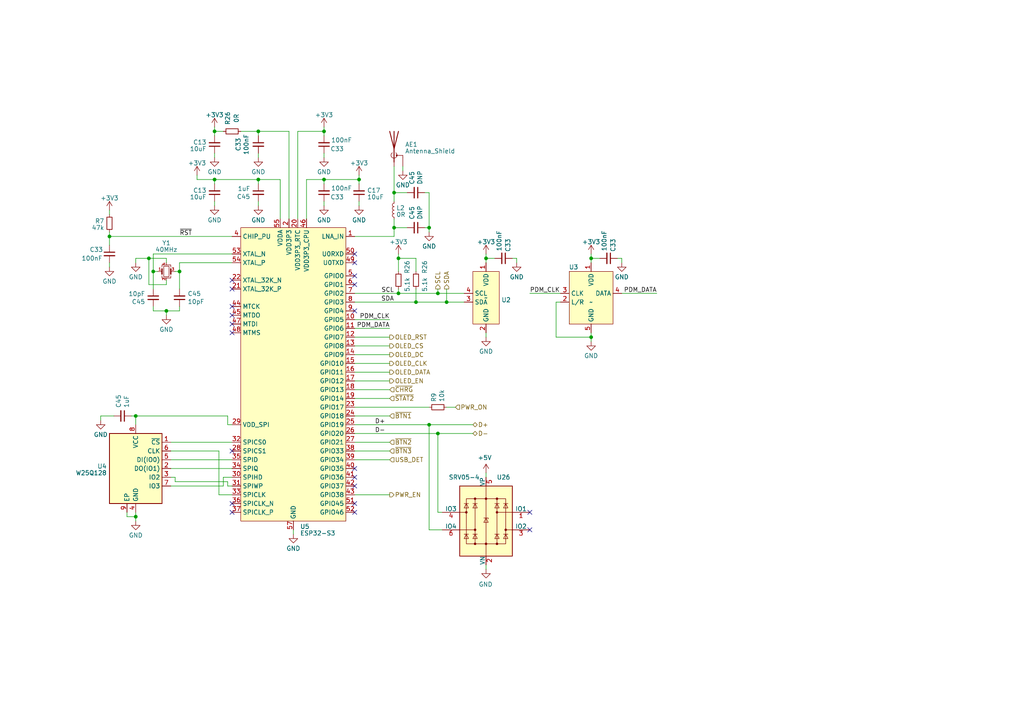
<source format=kicad_sch>
(kicad_sch (version 20230121) (generator eeschema)
  (paper "A4")
  (lib_symbols
    (symbol "Device:Antenna_Shield" (pin_numbers hide) (pin_names (offset 1.016) hide)
      (property "Reference" "AE" (at -1.905 4.445 0))
      (property "Value" "Antenna_Shield" (at -1.905 2.54 0))
      (symbol "Antenna_Shield_0_1"
        (arc (start -0.508 -1.143) (mid -0.8429 -2.1194) (end 0 -2.667))
        (arc (start 0 -2.667) (mid 0.7989 -2.1052) (end 0.508 -1.143))
        (polyline (pts (xy 0 -2.54) (xy 0 0)))
        (polyline (pts (xy 0 5.08) (xy 0 -3.81)) (stroke (width 0.254)))
        (polyline (pts (xy 0.762 -1.905) (xy 2.54 -1.905)))
        (polyline (pts (xy 2.54 -2.54) (xy 2.54 -1.905)))
        (polyline (pts (xy 1.27 5.08) (xy 0 0) (xy -1.27 5.08)) (stroke (width 0.254)))
        (circle (center 0.762 -1.905) (radius 0.1778) (fill (type outline)))
      )
      (symbol "Antenna_Shield_1_1"
        (pin input line (at 0 -5.08 90) (length 2.54) (name "A") (number "1"))
        (pin input line (at 2.54 -5.08 90) (length 2.54) (name "Shield") (number "2"))
      )
    )
    (symbol "Device:C_Small" (pin_numbers hide) (pin_names (offset 0.254) hide)
      (property "Reference" "C" (at 0.254 1.778 0))
      (property "Value" "C_Small" (at 0.254 -2.032 0))
      (symbol "C_Small_0_1"
        (polyline (pts (xy -1.524 -0.508) (xy 1.524 -0.508)) (stroke (width 0.3302)))
        (polyline (pts (xy -1.524 0.508) (xy 1.524 0.508)) (stroke (width 0.3048)))
      )
      (symbol "C_Small_1_1"
        (pin passive line (at 0 2.54 270) (length 2.032) (name "~") (number "1"))
        (pin passive line (at 0 -2.54 90) (length 2.032) (name "~") (number "2"))
      )
    )
    (symbol "Device:Crystal_GND24_Small" (pin_names (offset 1.016) hide)
      (property "Reference" "Y" (at 1.27 4.445 0))
      (property "Value" "Crystal_GND24_Small" (at 1.27 2.54 0))
      (symbol "Crystal_GND24_Small_0_1"
        (rectangle (start -0.762 -1.524) (end 0.762 1.524))
        (polyline (pts (xy -1.27 -0.762) (xy -1.27 0.762)) (stroke (width 0.381)))
        (polyline (pts (xy 1.27 -0.762) (xy 1.27 0.762)) (stroke (width 0.381)))
        (polyline (pts (xy -1.27 -1.27) (xy -1.27 -1.905) (xy 1.27 -1.905) (xy 1.27 -1.27)))
        (polyline (pts (xy -1.27 1.27) (xy -1.27 1.905) (xy 1.27 1.905) (xy 1.27 1.27)))
      )
      (symbol "Crystal_GND24_Small_1_1"
        (pin passive line (at -2.54 0 0) (length 1.27) (name "1") (number "1"))
        (pin passive line (at 0 -2.54 90) (length 0.635) (name "2") (number "2"))
        (pin passive line (at 2.54 0 180) (length 1.27) (name "3") (number "3"))
        (pin passive line (at 0 2.54 270) (length 0.635) (name "4") (number "4"))
      )
    )
    (symbol "Device:L_Small" (pin_numbers hide) (pin_names (offset 0.254) hide)
      (property "Reference" "L" (at 0.762 1.016 0))
      (property "Value" "L_Small" (at 0.762 -1.016 0))
      (symbol "L_Small_0_1"
        (arc (start 0 -2.032) (mid 0.5058 -1.524) (end 0 -1.016))
        (arc (start 0 -1.016) (mid 0.5058 -0.508) (end 0 0))
        (arc (start 0 0) (mid 0.5058 0.508) (end 0 1.016))
        (arc (start 0 1.016) (mid 0.5058 1.524) (end 0 2.032))
      )
      (symbol "L_Small_1_1"
        (pin passive line (at 0 2.54 270) (length 0.508) (name "~") (number "1"))
        (pin passive line (at 0 -2.54 90) (length 0.508) (name "~") (number "2"))
      )
    )
    (symbol "Device:R_Small" (pin_numbers hide) (pin_names (offset 0.254) hide)
      (property "Reference" "R" (at 0.762 0.508 0))
      (property "Value" "R_Small" (at 0.762 -1.016 0))
      (symbol "R_Small_0_1"
        (rectangle (start -0.762 1.778) (end 0.762 -1.778) (stroke (width 0.2032)))
      )
      (symbol "R_Small_1_1"
        (pin passive line (at 0 2.54 270) (length 0.762) (name "~") (number "1"))
        (pin passive line (at 0 -2.54 90) (length 0.762) (name "~") (number "2"))
      )
    )
    (symbol "MCU_Espressif_ESP32:ESP32-S3"
      (property "Reference" "U" (at -12.7 34.29 0))
      (property "Value" "ESP32-S3" (at 0 0 0))
      (symbol "ESP32-S3_0_0"
        (pin passive line (at 17.78 30.48 180) (length 2.54) (name "LNA_IN") (number "1"))
        (pin bidirectional line (at 17.78 6.35 180) (length 2.54) (name "GPIO5") (number "10"))
        (pin bidirectional line (at 17.78 3.81 180) (length 2.54) (name "GPIO6") (number "11"))
        (pin bidirectional line (at 17.78 1.27 180) (length 2.54) (name "GPIO7") (number "12"))
        (pin bidirectional line (at 17.78 -1.27 180) (length 2.54) (name "GPIO8") (number "13"))
        (pin bidirectional line (at 17.78 -3.81 180) (length 2.54) (name "GPIO9") (number "14"))
        (pin bidirectional line (at 17.78 -6.35 180) (length 2.54) (name "GPIO10") (number "15"))
        (pin bidirectional line (at 17.78 -8.89 180) (length 2.54) (name "GPIO11") (number "16"))
        (pin bidirectional line (at 17.78 -11.43 180) (length 2.54) (name "GPIO12") (number "17"))
        (pin bidirectional line (at 17.78 -13.97 180) (length 2.54) (name "GPIO13") (number "18"))
        (pin bidirectional line (at 17.78 -16.51 180) (length 2.54) (name "GPIO14") (number "19"))
        (pin power_in line (at -1.27 35.56 270) (length 2.54) (name "VDD3P3") (number "2"))
        (pin power_in line (at 1.27 35.56 270) (length 2.54) (name "VDD3P3_RTC") (number "20"))
        (pin output line (at -17.78 15.24 0) (length 2.54) (name "XTAL_32K_P") (number "21"))
        (pin input line (at -17.78 17.78 0) (length 2.54) (name "XTAL_32K_N") (number "22"))
        (pin bidirectional line (at 17.78 -19.05 180) (length 2.54) (name "GPIO17") (number "23"))
        (pin bidirectional line (at 17.78 -21.59 180) (length 2.54) (name "GPIO18") (number "24"))
        (pin bidirectional line (at 17.78 -24.13 180) (length 2.54) (name "GPIO19") (number "25"))
        (pin bidirectional line (at 17.78 -26.67 180) (length 2.54) (name "GPIO20") (number "26"))
        (pin bidirectional line (at 17.78 -29.21 180) (length 2.54) (name "GPIO21") (number "27"))
        (pin output line (at -17.78 -31.75 0) (length 2.54) (name "SPICS1") (number "28"))
        (pin power_out line (at -17.78 -24.13 0) (length 2.54) (name "VDD_SPI") (number "29"))
        (pin bidirectional line (at -17.78 -39.37 0) (length 2.54) (name "SPIHD") (number "30"))
        (pin bidirectional line (at -17.78 -41.91 0) (length 2.54) (name "SPIWP") (number "31"))
        (pin output line (at -17.78 -29.21 0) (length 2.54) (name "SPICS0") (number "32"))
        (pin output line (at -17.78 -44.45 0) (length 2.54) (name "SPICLK") (number "33"))
        (pin bidirectional line (at -17.78 -36.83 0) (length 2.54) (name "SPIQ") (number "34"))
        (pin bidirectional line (at -17.78 -34.29 0) (length 2.54) (name "SPID") (number "35"))
        (pin output line (at -17.78 -46.99 0) (length 2.54) (name "SPICLK_N") (number "36"))
        (pin output line (at -17.78 -49.53 0) (length 2.54) (name "SPICLK_P") (number "37"))
        (pin bidirectional line (at 17.78 -31.75 180) (length 2.54) (name "GPIO33") (number "38"))
        (pin bidirectional line (at 17.78 -34.29 180) (length 2.54) (name "GPIO34") (number "39"))
        (pin input line (at -17.78 30.48 0) (length 2.54) (name "CHIP_PU") (number "4"))
        (pin bidirectional line (at 17.78 -36.83 180) (length 2.54) (name "GPIO35") (number "40"))
        (pin bidirectional line (at 17.78 -39.37 180) (length 2.54) (name "GPIO36") (number "41"))
        (pin bidirectional line (at 17.78 -41.91 180) (length 2.54) (name "GPIO37") (number "42"))
        (pin bidirectional line (at 17.78 -44.45 180) (length 2.54) (name "GPIO38") (number "43"))
        (pin input line (at -17.78 10.16 0) (length 2.54) (name "MTCK") (number "44"))
        (pin output line (at -17.78 7.62 0) (length 2.54) (name "MTDO") (number "45"))
        (pin power_in line (at 3.81 35.56 270) (length 2.54) (name "VDD3P3_CPU") (number "46"))
        (pin input line (at -17.78 5.08 0) (length 2.54) (name "MTDI") (number "47"))
        (pin input line (at -17.78 2.54 0) (length 2.54) (name "MTMS") (number "48"))
        (pin output line (at 17.78 22.86 180) (length 2.54) (name "U0TXD") (number "49"))
        (pin bidirectional line (at 17.78 19.05 180) (length 2.54) (name "GPIO0") (number "5"))
        (pin input line (at 17.78 25.4 180) (length 2.54) (name "U0RXD") (number "50"))
        (pin bidirectional line (at 17.78 -46.99 180) (length 2.54) (name "GPIO45") (number "51"))
        (pin bidirectional line (at 17.78 -49.53 180) (length 2.54) (name "GPIO46") (number "52"))
        (pin output line (at -17.78 25.4 0) (length 2.54) (name "XTAL_N") (number "53"))
        (pin input line (at -17.78 22.86 0) (length 2.54) (name "XTAL_P") (number "54"))
        (pin power_in line (at -3.81 35.56 270) (length 2.54) (name "VDDA") (number "55"))
        (pin power_in line (at 0 -54.61 90) (length 2.54) (name "GND") (number "57"))
        (pin bidirectional line (at 17.78 16.51 180) (length 2.54) (name "GPIO1") (number "6"))
        (pin bidirectional line (at 17.78 13.97 180) (length 2.54) (name "GPIO2") (number "7"))
        (pin bidirectional line (at 17.78 11.43 180) (length 2.54) (name "GPIO3") (number "8"))
        (pin bidirectional line (at 17.78 8.89 180) (length 2.54) (name "GPIO4") (number "9"))
      )
      (symbol "ESP32-S3_1_0"
        (pin power_in line (at -1.27 35.56 270) (length 2.54) hide (name "VDD3P3") (number "3"))
        (pin power_in line (at -3.81 35.56 270) (length 2.54) hide (name "VDDA") (number "56"))
      )
      (symbol "ESP32-S3_1_1"
        (rectangle (start -15.24 33.02) (end 15.24 -52.07) (fill (type background)))
      )
    )
    (symbol "Memory_Flash:W25Q32JVZP"
      (property "Reference" "U" (at -6.35 11.43 0))
      (property "Value" "W25Q32JVZP" (at 7.62 11.43 0))
      (symbol "W25Q32JVZP_0_1"
        (rectangle (start -7.62 10.16) (end 7.62 -10.16) (stroke (width 0.254)) (fill (type background)))
      )
      (symbol "W25Q32JVZP_1_1"
        (pin input line (at -10.16 7.62 0) (length 2.54) (name "~{CS}") (number "1"))
        (pin bidirectional line (at -10.16 0 0) (length 2.54) (name "DO(IO1)") (number "2"))
        (pin bidirectional line (at -10.16 -2.54 0) (length 2.54) (name "IO2") (number "3"))
        (pin power_in line (at 0 -12.7 90) (length 2.54) (name "GND") (number "4"))
        (pin bidirectional line (at -10.16 2.54 0) (length 2.54) (name "DI(IO0)") (number "5"))
        (pin input line (at -10.16 5.08 0) (length 2.54) (name "CLK") (number "6"))
        (pin bidirectional line (at -10.16 -5.08 0) (length 2.54) (name "IO3") (number "7"))
        (pin power_in line (at 0 12.7 270) (length 2.54) (name "VCC") (number "8"))
        (pin passive line (at 2.54 -12.7 90) (length 2.54) (name "EP") (number "9"))
      )
    )
    (symbol "Power_Protection:SRV05-4" (pin_names (offset 0))
      (property "Reference" "U" (at -5.08 11.43 0))
      (property "Value" "SRV05-4" (at 2.54 11.43 0))
      (symbol "SRV05-4_0_0"
        (rectangle (start -5.715 6.477) (end 5.715 -6.604))
        (polyline (pts (xy -3.175 -6.604) (xy -3.175 6.477)))
        (polyline (pts (xy 3.175 6.477) (xy 3.175 -6.604)))
      )
      (symbol "SRV05-4_0_1"
        (rectangle (start -7.62 10.16) (end 7.62 -10.16) (stroke (width 0.254)) (fill (type background)))
        (circle (center -5.715 -2.54) (radius 0.2794) (fill (type outline)))
        (circle (center -3.175 -6.604) (radius 0.2794) (fill (type outline)))
        (circle (center -3.175 2.54) (radius 0.2794) (fill (type outline)))
        (circle (center -3.175 6.477) (radius 0.2794) (fill (type outline)))
        (circle (center 0 -6.604) (radius 0.2794) (fill (type outline)))
        (polyline (pts (xy -7.747 2.54) (xy -3.175 2.54)))
        (polyline (pts (xy -7.62 -2.54) (xy -5.715 -2.54)))
        (polyline (pts (xy -5.08 -3.81) (xy -6.35 -3.81)))
        (polyline (pts (xy -5.08 5.08) (xy -6.35 5.08)))
        (polyline (pts (xy -2.54 -3.81) (xy -3.81 -3.81)))
        (polyline (pts (xy -2.54 5.08) (xy -3.81 5.08)))
        (polyline (pts (xy 0 10.16) (xy 0 -10.16)))
        (polyline (pts (xy 3.81 -3.81) (xy 2.54 -3.81)))
        (polyline (pts (xy 3.81 5.08) (xy 2.54 5.08)))
        (polyline (pts (xy 6.35 -3.81) (xy 5.08 -3.81)))
        (polyline (pts (xy 6.35 5.08) (xy 5.08 5.08)))
        (polyline (pts (xy 7.62 -2.54) (xy 3.175 -2.54)))
        (polyline (pts (xy 7.62 2.54) (xy 5.715 2.54)))
        (polyline (pts (xy 0.635 0.889) (xy -0.635 0.889) (xy -0.635 0.635)))
        (polyline (pts (xy -5.08 -5.08) (xy -6.35 -5.08) (xy -5.715 -3.81) (xy -5.08 -5.08)))
        (polyline (pts (xy -5.08 3.81) (xy -6.35 3.81) (xy -5.715 5.08) (xy -5.08 3.81)))
        (polyline (pts (xy -2.54 -5.08) (xy -3.81 -5.08) (xy -3.175 -3.81) (xy -2.54 -5.08)))
        (polyline (pts (xy -2.54 3.81) (xy -3.81 3.81) (xy -3.175 5.08) (xy -2.54 3.81)))
        (polyline (pts (xy 0.635 -0.381) (xy -0.635 -0.381) (xy 0 0.889) (xy 0.635 -0.381)))
        (polyline (pts (xy 3.81 -5.08) (xy 2.54 -5.08) (xy 3.175 -3.81) (xy 3.81 -5.08)))
        (polyline (pts (xy 3.81 3.81) (xy 2.54 3.81) (xy 3.175 5.08) (xy 3.81 3.81)))
        (polyline (pts (xy 6.35 -5.08) (xy 5.08 -5.08) (xy 5.715 -3.81) (xy 6.35 -5.08)))
        (polyline (pts (xy 6.35 3.81) (xy 5.08 3.81) (xy 5.715 5.08) (xy 6.35 3.81)))
        (circle (center 0 6.477) (radius 0.2794) (fill (type outline)))
        (circle (center 3.175 -6.604) (radius 0.2794) (fill (type outline)))
        (circle (center 3.175 -2.54) (radius 0.2794) (fill (type outline)))
        (circle (center 3.175 6.477) (radius 0.2794) (fill (type outline)))
        (circle (center 5.715 2.54) (radius 0.2794) (fill (type outline)))
      )
      (symbol "SRV05-4_1_1"
        (pin passive line (at -12.7 2.54 0) (length 5.08) (name "IO1") (number "1"))
        (pin passive line (at 0 -12.7 90) (length 2.54) (name "VN") (number "2"))
        (pin passive line (at -12.7 -2.54 0) (length 5.08) (name "IO2") (number "3"))
        (pin passive line (at 12.7 2.54 180) (length 5.08) (name "IO3") (number "4"))
        (pin passive line (at 0 12.7 270) (length 2.54) (name "VP") (number "5"))
        (pin passive line (at 12.7 -2.54 180) (length 5.08) (name "IO4") (number "6"))
      )
    )
    (symbol "Sensor_Audio_ST:MP34DTxx"
      (property "Reference" "U" (at 0 0 0))
      (symbol "MP34DTxx_0_0"
        (pin power_in line (at 0 10.16 270) (length 2.54) (name "VDD") (number "1"))
        (pin input line (at -8.89 -1.27 0) (length 2.54) (name "L/R") (number "2"))
        (pin input line (at -8.89 1.27 0) (length 2.54) (name "CLK") (number "3"))
        (pin output line (at 8.89 1.27 180) (length 2.54) (name "DATA") (number "4"))
        (pin power_in line (at 0 -10.16 90) (length 2.54) (name "GND") (number "5"))
      )
      (symbol "MP34DTxx_1_1"
        (rectangle (start -6.35 7.62) (end 6.35 -7.62) (fill (type background)))
      )
    )
    (symbol "Sensor_Vishay:VEML3235SL"
      (property "Reference" "U" (at -3.81 8.89 0))
      (property "Value" "VEML3235SL" (at 2.54 0 90))
      (symbol "VEML3235SL_0_0"
        (pin power_in line (at 0 10.16 270) (length 2.54) (name "VDD") (number "1"))
        (pin power_in line (at 0 -10.16 90) (length 2.54) (name "GND") (number "2"))
        (pin bidirectional line (at -6.35 -1.27 0) (length 2.54) (name "SDA") (number "3"))
        (pin input line (at -6.35 1.27 0) (length 2.54) (name "SCL") (number "4"))
      )
      (symbol "VEML3235SL_1_1"
        (rectangle (start -3.81 7.62) (end 3.81 -7.62) (fill (type background)))
      )
    )
    (symbol "power:+3V3" (power) (pin_names (offset 0))
      (property "Value" "+3V3" (at 0 3.556 0))
      (symbol "+3V3_0_1"
        (polyline (pts (xy -0.762 1.27) (xy 0 2.54)))
        (polyline (pts (xy 0 0) (xy 0 2.54)))
        (polyline (pts (xy 0 2.54) (xy 0.762 1.27)))
      )
      (symbol "+3V3_1_1"
        (pin power_in line (at 0 0 90) (length 0) hide (name "+3V3") (number "1"))
      )
    )
    (symbol "power:+5V" (power) (pin_names (offset 0))
      (property "Value" "+5V" (at 0 3.556 0))
      (symbol "+5V_0_1"
        (polyline (pts (xy -0.762 1.27) (xy 0 2.54)))
        (polyline (pts (xy 0 0) (xy 0 2.54)))
        (polyline (pts (xy 0 2.54) (xy 0.762 1.27)))
      )
      (symbol "+5V_1_1"
        (pin power_in line (at 0 0 90) (length 0) hide (name "+5V") (number "1"))
      )
    )
    (symbol "power:GND" (power) (pin_names (offset 0))
      (property "Value" "GND" (at 0 -3.81 0))
      (symbol "GND_0_1"
        (polyline (pts (xy 0 0) (xy 0 -1.27) (xy 1.27 -1.27) (xy 0 -2.54) (xy -1.27 -1.27) (xy 0 -1.27)))
      )
      (symbol "GND_1_1"
        (pin power_in line (at 0 0 270) (length 0) hide (name "GND") (number "1"))
      )
    )
  )
  (junction (at 44.45 78.74))
  (junction (at 171.45 97.79))
  (junction (at 74.93 38.1))
  (junction (at 104.14 52.07))
  (junction (at 93.98 52.07))
  (junction (at 39.37 120.65))
  (junction (at 124.46 66.04))
  (junction (at 115.57 85.09))
  (junction (at 93.98 38.1))
  (junction (at 140.97 74.93))
  (junction (at 31.75 68.58))
  (junction (at 62.23 52.07))
  (junction (at 74.93 52.07))
  (junction (at 62.23 38.1))
  (junction (at 120.65 87.63))
  (junction (at 127 85.09))
  (junction (at 114.3 55.88))
  (junction (at 52.07 78.74))
  (junction (at 39.37 149.86))
  (junction (at 129.54 87.63))
  (junction (at 124.46 123.19))
  (junction (at 127 125.73))
  (junction (at 115.57 74.93))
  (junction (at 48.26 90.17))
  (junction (at 171.45 74.93))
  (junction (at 114.3 66.04))
  (junction (at 43.18 74.93))
  (no_connect (at 67.31 130.81))
  (no_connect (at 67.31 83.82))
  (no_connect (at 67.31 91.44))
  (no_connect (at 153.67 148.59))
  (no_connect (at 67.31 148.59))
  (no_connect (at 102.87 82.55))
  (no_connect (at 102.87 140.97))
  (no_connect (at 67.31 96.52))
  (no_connect (at 102.87 135.89))
  (no_connect (at 153.67 153.67))
  (no_connect (at 102.87 80.01))
  (no_connect (at 102.87 148.59))
  (no_connect (at 102.87 146.05))
  (no_connect (at 102.87 76.2))
  (no_connect (at 102.87 138.43))
  (no_connect (at 102.87 90.17))
  (no_connect (at 67.31 93.98))
  (no_connect (at 67.31 88.9))
  (no_connect (at 67.31 81.28))
  (no_connect (at 67.31 146.05))
  (no_connect (at 102.87 73.66))
  (wire (pts (xy 124.46 66.04) (xy 124.46 55.88)))
  (wire (pts (xy 39.37 149.86) (xy 39.37 151.13)))
  (wire (pts (xy 74.93 58.42) (xy 74.93 59.69)))
  (wire (pts (xy 129.54 83.82) (xy 129.54 87.63)))
  (wire (pts (xy 36.83 149.86) (xy 36.83 148.59)))
  (wire (pts (xy 83.82 38.1) (xy 83.82 63.5)))
  (wire (pts (xy 38.1 120.65) (xy 39.37 120.65)))
  (wire (pts (xy 44.45 78.74) (xy 45.72 78.74)))
  (wire (pts (xy 63.5 143.51) (xy 63.5 130.81)))
  (wire (pts (xy 102.87 100.33) (xy 113.03 100.33)))
  (wire (pts (xy 102.87 107.95) (xy 113.03 107.95)))
  (wire (pts (xy 102.87 118.11) (xy 124.46 118.11)))
  (wire (pts (xy 49.53 135.89) (xy 67.31 135.89)))
  (wire (pts (xy 93.98 52.07) (xy 104.14 52.07)))
  (wire (pts (xy 93.98 36.83) (xy 93.98 38.1)))
  (wire (pts (xy 52.07 78.74) (xy 50.8 78.74)))
  (wire (pts (xy 124.46 123.19) (xy 124.46 153.67)))
  (wire (pts (xy 39.37 74.93) (xy 39.37 76.2)))
  (wire (pts (xy 102.87 115.57) (xy 113.03 115.57)))
  (wire (pts (xy 39.37 149.86) (xy 36.83 149.86)))
  (wire (pts (xy 66.04 123.19) (xy 67.31 123.19)))
  (wire (pts (xy 102.87 97.79) (xy 113.03 97.79)))
  (wire (pts (xy 102.87 85.09) (xy 115.57 85.09)))
  (wire (pts (xy 50.8 139.7) (xy 50.8 138.43)))
  (wire (pts (xy 127 85.09) (xy 134.62 85.09)))
  (wire (pts (xy 171.45 73.66) (xy 171.45 74.93)))
  (wire (pts (xy 140.97 138.43) (xy 140.97 137.16)))
  (wire (pts (xy 39.37 148.59) (xy 39.37 149.86)))
  (wire (pts (xy 48.26 90.17) (xy 52.07 90.17)))
  (wire (pts (xy 52.07 78.74) (xy 52.07 83.82)))
  (wire (pts (xy 31.75 67.31) (xy 31.75 68.58)))
  (wire (pts (xy 88.9 52.07) (xy 88.9 63.5)))
  (wire (pts (xy 64.77 138.43) (xy 67.31 138.43)))
  (wire (pts (xy 85.09 153.67) (xy 85.09 154.94)))
  (wire (pts (xy 153.67 85.09) (xy 162.56 85.09)))
  (wire (pts (xy 39.37 120.65) (xy 66.04 120.65)))
  (wire (pts (xy 124.46 153.67) (xy 128.27 153.67)))
  (wire (pts (xy 118.11 66.04) (xy 114.3 66.04)))
  (wire (pts (xy 86.36 38.1) (xy 93.98 38.1)))
  (wire (pts (xy 49.53 128.27) (xy 67.31 128.27)))
  (wire (pts (xy 50.8 138.43) (xy 49.53 138.43)))
  (wire (pts (xy 115.57 85.09) (xy 115.57 83.82)))
  (wire (pts (xy 102.87 92.71) (xy 113.03 92.71)))
  (wire (pts (xy 93.98 53.34) (xy 93.98 52.07)))
  (wire (pts (xy 66.04 139.7) (xy 50.8 139.7)))
  (wire (pts (xy 67.31 140.97) (xy 66.04 140.97)))
  (wire (pts (xy 102.87 143.51) (xy 113.03 143.51)))
  (wire (pts (xy 104.14 52.07) (xy 104.14 53.34)))
  (wire (pts (xy 81.28 52.07) (xy 81.28 63.5)))
  (wire (pts (xy 116.84 48.26) (xy 116.84 49.53)))
  (wire (pts (xy 102.87 130.81) (xy 113.03 130.81)))
  (wire (pts (xy 31.75 76.2) (xy 31.75 77.47)))
  (wire (pts (xy 74.93 38.1) (xy 74.93 39.37)))
  (wire (pts (xy 115.57 74.93) (xy 120.65 74.93)))
  (wire (pts (xy 124.46 67.31) (xy 124.46 66.04)))
  (wire (pts (xy 114.3 68.58) (xy 114.3 66.04)))
  (wire (pts (xy 69.85 38.1) (xy 74.93 38.1)))
  (wire (pts (xy 102.87 110.49) (xy 113.03 110.49)))
  (wire (pts (xy 52.07 76.2) (xy 52.07 78.74)))
  (wire (pts (xy 104.14 58.42) (xy 104.14 59.69)))
  (wire (pts (xy 161.29 87.63) (xy 162.56 87.63)))
  (wire (pts (xy 74.93 52.07) (xy 74.93 53.34)))
  (wire (pts (xy 62.23 44.45) (xy 62.23 45.72)))
  (wire (pts (xy 62.23 52.07) (xy 62.23 53.34)))
  (wire (pts (xy 43.18 74.93) (xy 43.18 82.55)))
  (wire (pts (xy 140.97 73.66) (xy 140.97 74.93)))
  (wire (pts (xy 63.5 130.81) (xy 49.53 130.81)))
  (wire (pts (xy 129.54 118.11) (xy 132.08 118.11)))
  (wire (pts (xy 114.3 66.04) (xy 114.3 63.5)))
  (wire (pts (xy 44.45 90.17) (xy 44.45 88.9)))
  (wire (pts (xy 93.98 44.45) (xy 93.98 45.72)))
  (wire (pts (xy 48.26 91.44) (xy 48.26 90.17)))
  (wire (pts (xy 120.65 74.93) (xy 120.65 78.74)))
  (wire (pts (xy 120.65 87.63) (xy 120.65 83.82)))
  (wire (pts (xy 62.23 36.83) (xy 62.23 38.1)))
  (wire (pts (xy 49.53 140.97) (xy 64.77 140.97)))
  (wire (pts (xy 66.04 120.65) (xy 66.04 123.19)))
  (wire (pts (xy 48.26 74.93) (xy 43.18 74.93)))
  (wire (pts (xy 102.87 125.73) (xy 127 125.73)))
  (wire (pts (xy 104.14 50.8) (xy 104.14 52.07)))
  (wire (pts (xy 102.87 68.58) (xy 114.3 68.58)))
  (wire (pts (xy 57.15 52.07) (xy 62.23 52.07)))
  (wire (pts (xy 124.46 55.88) (xy 123.19 55.88)))
  (wire (pts (xy 67.31 143.51) (xy 63.5 143.51)))
  (wire (pts (xy 39.37 120.65) (xy 39.37 123.19)))
  (wire (pts (xy 67.31 73.66) (xy 44.45 73.66)))
  (wire (pts (xy 149.86 76.2) (xy 149.86 74.93)))
  (wire (pts (xy 114.3 55.88) (xy 114.3 58.42)))
  (wire (pts (xy 127 83.82) (xy 127 85.09)))
  (wire (pts (xy 102.87 123.19) (xy 124.46 123.19)))
  (wire (pts (xy 148.59 74.93) (xy 149.86 74.93)))
  (wire (pts (xy 62.23 52.07) (xy 74.93 52.07)))
  (wire (pts (xy 74.93 52.07) (xy 81.28 52.07)))
  (wire (pts (xy 48.26 90.17) (xy 44.45 90.17)))
  (wire (pts (xy 102.87 95.25) (xy 113.03 95.25)))
  (wire (pts (xy 180.34 76.2) (xy 180.34 74.93)))
  (wire (pts (xy 57.15 50.8) (xy 57.15 52.07)))
  (wire (pts (xy 62.23 38.1) (xy 64.77 38.1)))
  (wire (pts (xy 93.98 38.1) (xy 93.98 39.37)))
  (wire (pts (xy 124.46 123.19) (xy 137.16 123.19)))
  (wire (pts (xy 102.87 87.63) (xy 120.65 87.63)))
  (wire (pts (xy 102.87 120.65) (xy 113.03 120.65)))
  (wire (pts (xy 140.97 96.52) (xy 140.97 97.79)))
  (wire (pts (xy 140.97 74.93) (xy 143.51 74.93)))
  (wire (pts (xy 44.45 73.66) (xy 44.45 78.74)))
  (wire (pts (xy 171.45 74.93) (xy 171.45 76.2)))
  (wire (pts (xy 48.26 76.2) (xy 48.26 74.93)))
  (wire (pts (xy 171.45 74.93) (xy 173.99 74.93)))
  (wire (pts (xy 115.57 85.09) (xy 127 85.09)))
  (wire (pts (xy 93.98 52.07) (xy 88.9 52.07)))
  (wire (pts (xy 43.18 82.55) (xy 48.26 82.55)))
  (wire (pts (xy 62.23 39.37) (xy 62.23 38.1)))
  (wire (pts (xy 74.93 44.45) (xy 74.93 45.72)))
  (wire (pts (xy 114.3 55.88) (xy 118.11 55.88)))
  (wire (pts (xy 171.45 96.52) (xy 171.45 97.79)))
  (wire (pts (xy 140.97 165.1) (xy 140.97 163.83)))
  (wire (pts (xy 171.45 97.79) (xy 171.45 99.06)))
  (wire (pts (xy 31.75 68.58) (xy 31.75 71.12)))
  (wire (pts (xy 102.87 133.35) (xy 113.03 133.35)))
  (wire (pts (xy 102.87 113.03) (xy 113.03 113.03)))
  (wire (pts (xy 43.18 74.93) (xy 39.37 74.93)))
  (wire (pts (xy 180.34 85.09) (xy 190.5 85.09)))
  (wire (pts (xy 171.45 97.79) (xy 161.29 97.79)))
  (wire (pts (xy 127 125.73) (xy 127 148.59)))
  (wire (pts (xy 67.31 76.2) (xy 52.07 76.2)))
  (wire (pts (xy 62.23 58.42) (xy 62.23 59.69)))
  (wire (pts (xy 31.75 60.96) (xy 31.75 62.23)))
  (wire (pts (xy 115.57 74.93) (xy 115.57 78.74)))
  (wire (pts (xy 93.98 58.42) (xy 93.98 59.69)))
  (wire (pts (xy 44.45 78.74) (xy 44.45 83.82)))
  (wire (pts (xy 123.19 66.04) (xy 124.46 66.04)))
  (wire (pts (xy 48.26 82.55) (xy 48.26 81.28)))
  (wire (pts (xy 114.3 48.26) (xy 114.3 55.88)))
  (wire (pts (xy 29.21 120.65) (xy 33.02 120.65)))
  (wire (pts (xy 29.21 121.92) (xy 29.21 120.65)))
  (wire (pts (xy 74.93 38.1) (xy 83.82 38.1)))
  (wire (pts (xy 140.97 74.93) (xy 140.97 76.2)))
  (wire (pts (xy 67.31 68.58) (xy 31.75 68.58)))
  (wire (pts (xy 129.54 87.63) (xy 134.62 87.63)))
  (wire (pts (xy 52.07 90.17) (xy 52.07 88.9)))
  (wire (pts (xy 49.53 133.35) (xy 67.31 133.35)))
  (wire (pts (xy 128.27 148.59) (xy 127 148.59)))
  (wire (pts (xy 102.87 105.41) (xy 113.03 105.41)))
  (wire (pts (xy 115.57 73.66) (xy 115.57 74.93)))
  (wire (pts (xy 86.36 63.5) (xy 86.36 38.1)))
  (wire (pts (xy 64.77 140.97) (xy 64.77 138.43)))
  (wire (pts (xy 120.65 87.63) (xy 129.54 87.63)))
  (wire (pts (xy 102.87 128.27) (xy 113.03 128.27)))
  (wire (pts (xy 179.07 74.93) (xy 180.34 74.93)))
  (wire (pts (xy 127 125.73) (xy 137.16 125.73)))
  (wire (pts (xy 66.04 140.97) (xy 66.04 139.7)))
  (wire (pts (xy 102.87 102.87) (xy 113.03 102.87)))
  (wire (pts (xy 161.29 97.79) (xy 161.29 87.63)))
  (label "SDA" (at 114.3 87.63 180))
  (label "SCL" (at 114.3 85.09 180))
  (label "PDM_DATA" (at 113.03 95.25 180))
  (label "~{RST}" (at 52.07 68.58 0))
  (label "D+" (at 111.76 123.19 180))
  (label "D-" (at 111.76 125.73 180))
  (label "PDM_CLK" (at 153.67 85.09 0))
  (label "PDM_CLK" (at 113.03 92.71 180))
  (label "PDM_DATA" (at 190.5 85.09 180))
  (hierarchical_label "SCL" (shape output) (at 127 83.82 90))
  (hierarchical_label "~{BTN3}" (shape input) (at 113.03 130.81 0))
  (hierarchical_label "~{BTN2}" (shape input) (at 113.03 128.27 0))
  (hierarchical_label "OLED_CS" (shape output) (at 113.03 100.33 0))
  (hierarchical_label "OLED_DATA" (shape output) (at 113.03 107.95 0))
  (hierarchical_label "USB_DET" (shape input) (at 113.03 133.35 0))
  (hierarchical_label "PWR_EN" (shape output) (at 113.03 143.51 0))
  (hierarchical_label "OLED_EN" (shape output) (at 113.03 110.49 0))
  (hierarchical_label "~{STAT2}" (shape input) (at 113.03 115.57 0))
  (hierarchical_label "~{BTN1}" (shape input) (at 113.03 120.65 0))
  (hierarchical_label "~{CHRG}" (shape input) (at 113.03 113.03 0))
  (hierarchical_label "OLED_CLK" (shape output) (at 113.03 105.41 0))
  (hierarchical_label "D+" (shape bidirectional) (at 137.16 123.19 0))
  (hierarchical_label "OLED_RST" (shape output) (at 113.03 97.79 0))
  (hierarchical_label "OLED_DC" (shape output) (at 113.03 102.87 0))
  (hierarchical_label "D-" (shape bidirectional) (at 137.16 125.73 0))
  (hierarchical_label "SDA" (shape output) (at 129.54 83.82 90))
  (hierarchical_label "PWR_ON" (shape input) (at 132.08 118.11 0))
  (symbol (lib_id "Device:C_Small") (at 120.65 66.04 270) (unit 1)
    (property "Reference" "C45" (at 119.4816 63.7032 0) (effects (justify right)))
    (property "Value" "DNP" (at 121.793 63.7032 0) (effects (justify right)))
    (property "Footprint" "Capacitor_SMD:C_0402_1005Metric" (effects hide))
    (instances (project "rgb-led-nametag-48x16" (path "" (reference "C45") (unit 1))) (project "oled-nametag" (path "" (reference "C20") (unit 1)) (path "" (reference "C20") (unit 1))))
  )
  (symbol (lib_id "Device:C_Small") (at 146.05 74.93 270) (unit 1)
    (property "Reference" "C33" (at 147.32 71.12 0))
    (property "Value" "100nF" (at 144.78 69.85 0))
    (property "Footprint" "Capacitor_SMD:C_0402_1005Metric" (effects hide))
    (property "LCSC" "C1525" (effects hide))
    (instances (project "rgb-led-nametag-48x16" (path "" (reference "C33") (unit 1))) (project "oled-nametag" (path "" (reference "C21") (unit 1)) (path "" (reference "C21") (unit 1))))
  )
  (symbol (lib_id "power:GND") (at 39.37 76.2 0) (unit 1)
    (property "Reference" "#PWR024" (effects hide))
    (property "Value" "GND" (at 39.37 80.3355 0))
    (instances (project "oled-nametag" (path "" (reference "#PWR024") (unit 1)) (path "" (reference "#PWR020") (unit 1))))
  )
  (symbol (lib_id "power:+3V3") (at 104.14 50.8 0) (unit 1)
    (property "Reference" "#PWR033" (effects hide))
    (property "Value" "+3V3" (at 104.14 47.2981 0))
    (instances (project "oled-nametag" (path "" (reference "#PWR033") (unit 1)) (path "" (reference "#PWR032") (unit 1))))
  )
  (symbol (lib_id "power:+3V3") (at 31.75 60.96 0) (unit 1)
    (property "Reference" "#PWR037" (effects hide))
    (property "Value" "+3V3" (at 31.75 57.4581 0))
    (instances (project "oled-nametag" (path "" (reference "#PWR037") (unit 1)) (path "" (reference "#PWR018") (unit 1))))
  )
  (symbol (lib_id "Device:L_Small") (at 114.3 60.96 180) (unit 1)
    (property "Reference" "L2" (at 114.935 60.3163 0) (effects (justify right)))
    (property "Value" "0R" (at 114.935 62.2373 0) (effects (justify right)))
    (property "Footprint" "Inductor_SMD:L_0402_1005Metric" (effects hide))
    (property "LCSC" "C17168" (effects hide))
  )
  (symbol (lib_id "Device:C_Small") (at 52.07 86.36 180) (unit 1)
    (property "Reference" "C45" (at 54.4068 85.1916 0) (effects (justify right)))
    (property "Value" "10pF" (at 54.4068 87.503 0) (effects (justify right)))
    (property "Footprint" "Capacitor_SMD:C_0402_1005Metric" (effects hide))
    (property "LCSC" "C32949" (effects hide))
    (instances (project "rgb-led-nametag-48x16" (path "" (reference "C45") (unit 1))) (project "oled-nametag" (path "" (reference "C11") (unit 1)) (path "" (reference "C12") (unit 1))))
  )
  (symbol (lib_id "Device:Crystal_GND24_Small") (at 48.26 78.74 0) (unit 1)
    (property "Reference" "Y1" (at 48.26 70.469 0))
    (property "Value" "40MHz" (at 48.26 72.39 0))
    (property "Footprint" "Crystal:Crystal_SMD_2016-4Pin_2.0x1.6mm" (effects hide))
    (property "LCSC" "C255898" (effects hide))
  )
  (symbol (lib_id "Device:R_Small") (at 127 118.11 90) (mirror x) (unit 1)
    (property "Reference" "R9" (at 125.8316 116.6114 0) (effects (justify right)))
    (property "Value" "10k" (at 128.143 116.6114 0) (effects (justify right)))
    (property "Footprint" "Resistor_SMD:R_0402_1005Metric" (effects hide))
    (property "LCSC" "C25744" (effects hide))
    (instances (project "rgb-led-nametag-48x16" (path "" (reference "R9") (unit 1))) (project "oled-nametag" (path "" (reference "R17") (unit 1)) (path "" (reference "R29") (unit 1))))
  )
  (symbol (lib_id "power:GND") (at 149.86 76.2 0) (unit 1)
    (property "Reference" "#PWR041" (effects hide))
    (property "Value" "GND" (at 149.86 80.3355 0))
    (instances (project "oled-nametag" (path "" (reference "#PWR041") (unit 1)) (path "" (reference "#PWR039") (unit 1))))
  )
  (symbol (lib_id "power:GND") (at 48.26 91.44 0) (unit 1)
    (property "Reference" "#PWR025" (effects hide))
    (property "Value" "GND" (at 48.26 95.5755 0))
    (instances (project "oled-nametag" (path "" (reference "#PWR025") (unit 1)) (path "" (reference "#PWR022") (unit 1))))
  )
  (symbol (lib_id "Device:C_Small") (at 104.14 55.88 180) (unit 1)
    (property "Reference" "C17" (at 106.4641 55.2299 0) (effects (justify right)))
    (property "Value" "10uF" (at 106.4641 57.1509 0) (effects (justify right)))
    (property "Footprint" "Capacitor_SMD:C_0402_1005Metric" (effects hide))
    (property "LCSC" "C15525" (effects hide))
    (instances (project "oled-nametag" (path "" (reference "C17") (unit 1)) (path "" (reference "C18") (unit 1))))
  )
  (symbol (lib_id "power:GND") (at 171.45 99.06 0) (unit 1)
    (property "Reference" "#PWR040" (effects hide))
    (property "Value" "GND" (at 171.45 103.1955 0))
  )
  (symbol (lib_id "Device:C_Small") (at 74.93 41.91 0) (unit 1)
    (property "Reference" "C33" (at 69.1134 41.91 90))
    (property "Value" "100nF" (at 71.4248 41.91 90))
    (property "Footprint" "Capacitor_SMD:C_0402_1005Metric" (effects hide))
    (property "LCSC" "C1525" (effects hide))
    (instances (project "rgb-led-nametag-48x16" (path "" (reference "C33") (unit 1))) (project "oled-nametag" (path "" (reference "C12") (unit 1)) (path "" (reference "C14") (unit 1))))
  )
  (symbol (lib_id "power:GND") (at 74.93 45.72 0) (unit 1)
    (property "Reference" "#PWR028" (effects hide))
    (property "Value" "GND" (at 74.93 49.8555 0))
    (instances (project "oled-nametag" (path "" (reference "#PWR028") (unit 1)) (path "" (reference "#PWR025") (unit 1))))
  )
  (symbol (lib_id "Device:C_Small") (at 62.23 55.88 0) (mirror x) (unit 1)
    (property "Reference" "C13" (at 59.9059 55.2299 0) (effects (justify right)))
    (property "Value" "10uF" (at 59.9059 57.1509 0) (effects (justify right)))
    (property "Footprint" "Capacitor_SMD:C_0402_1005Metric" (effects hide))
    (property "LCSC" "C15525" (effects hide))
    (instances (project "oled-nametag" (path "" (reference "C13") (unit 1)) (path "" (reference "C26") (unit 1))))
  )
  (symbol (lib_id "Device:R_Small") (at 115.57 81.28 0) (mirror y) (unit 1)
    (property "Reference" "R26" (at 118.11 77.47 90))
    (property "Value" "5.1k" (at 118.11 82.55 90))
    (property "Footprint" "Resistor_SMD:R_0402_1005Metric" (effects hide))
    (property "LCSC" "C25905" (effects hide))
    (instances (project "rgb-led-nametag-48x16" (path "" (reference "R26") (unit 1))) (project "oled-nametag" (path "" (reference "R8") (unit 1)) (path "" (reference "R8") (unit 1))))
  )
  (symbol (lib_id "power:+3V3") (at 171.45 73.66 0) (unit 1)
    (property "Reference" "#PWR042" (effects hide))
    (property "Value" "+3V3" (at 171.45 70.1581 0))
    (instances (project "oled-nametag" (path "" (reference "#PWR042") (unit 1)) (path "" (reference "#PWR055") (unit 1))))
  )
  (symbol (lib_id "Device:R_Small") (at 31.75 64.77 0) (unit 1)
    (property "Reference" "R7" (at 30.2514 64.1263 0) (effects (justify right)))
    (property "Value" "47k" (at 30.2514 66.0473 0) (effects (justify right)))
    (property "Footprint" "Resistor_SMD:R_0402_1005Metric" (effects hide))
    (property "LCSC" "C25792" (effects hide))
    (instances (project "oled-nametag" (path "" (reference "R7") (unit 1)) (path "" (reference "R6") (unit 1))))
  )
  (symbol (lib_id "Device:C_Small") (at 35.56 120.65 270) (unit 1)
    (property "Reference" "C45" (at 34.3916 118.3132 0) (effects (justify right)))
    (property "Value" "1uF" (at 36.703 118.3132 0) (effects (justify right)))
    (property "Footprint" "Capacitor_SMD:C_0402_1005Metric" (effects hide))
    (property "LCSC" "C52923" (effects hide))
    (instances (project "rgb-led-nametag-48x16" (path "" (reference "C45") (unit 1))) (project "oled-nametag" (path "" (reference "C9") (unit 1)) (path "" (reference "C10") (unit 1))))
  )
  (symbol (lib_id "Device:R_Small") (at 67.31 38.1 270) (mirror x) (unit 1)
    (property "Reference" "R26" (at 66.04 34.29 0))
    (property "Value" "0R" (at 68.58 34.29 0))
    (property "Footprint" "Resistor_SMD:R_0402_1005Metric" (effects hide))
    (property "LCSC" "C17168" (effects hide))
    (instances (project "rgb-led-nametag-48x16" (path "" (reference "R26") (unit 1))) (project "oled-nametag" (path "" (reference "R6") (unit 1)) (path "" (reference "R7") (unit 1))))
  )
  (symbol (lib_id "power:GND") (at 116.84 49.53 0) (unit 1)
    (property "Reference" "#PWR038" (effects hide))
    (property "Value" "GND" (at 116.84 53.6655 0))
    (instances (project "oled-nametag" (path "" (reference "#PWR038") (unit 1)) (path "" (reference "#PWR035") (unit 1))))
  )
  (symbol (lib_id "Sensor_Vishay:VEML3235SL") (at 140.97 86.36 0) (unit 1)
    (property "Reference" "U2" (at 145.415 86.9943 0) (effects (justify left)))
    (property "Value" "~" (at 140.97 86.36 0))
    (property "Footprint" "Sensor_Vishay:VEML3235SL" (effects hide))
    (instances (project "oled-nametag" (path "" (reference "U2") (unit 1)) (path "" (reference "U4") (unit 1))))
  )
  (symbol (lib_id "Device:C_Small") (at 31.75 73.66 0) (unit 1)
    (property "Reference" "C33" (at 27.94 72.39 0))
    (property "Value" "100nF" (at 26.67 74.93 0))
    (property "Footprint" "Capacitor_SMD:C_0402_1005Metric" (effects hide))
    (property "LCSC" "C1525" (effects hide))
    (instances (project "rgb-led-nametag-48x16" (path "" (reference "C33") (unit 1))) (project "oled-nametag" (path "" (reference "C18") (unit 1)) (path "" (reference "C9") (unit 1))))
  )
  (symbol (lib_id "Device:R_Small") (at 120.65 81.28 0) (mirror y) (unit 1)
    (property "Reference" "R26" (at 123.19 77.47 90))
    (property "Value" "5.1k" (at 123.19 82.55 90))
    (property "Footprint" "Resistor_SMD:R_0402_1005Metric" (effects hide))
    (property "LCSC" "C25905" (effects hide))
    (instances (project "rgb-led-nametag-48x16" (path "" (reference "R26") (unit 1))) (project "oled-nametag" (path "" (reference "R9") (unit 1)) (path "" (reference "R9") (unit 1))))
  )
  (symbol (lib_id "power:GND") (at 62.23 45.72 0) (unit 1)
    (property "Reference" "#PWR029" (effects hide))
    (property "Value" "GND" (at 62.23 49.8555 0))
    (instances (project "oled-nametag" (path "" (reference "#PWR029") (unit 1)) (path "" (reference "#PWR024") (unit 1))))
  )
  (symbol (lib_id "Device:C_Small") (at 120.65 55.88 270) (unit 1)
    (property "Reference" "C45" (at 119.4816 53.5432 0) (effects (justify right)))
    (property "Value" "DNP" (at 121.793 53.5432 0) (effects (justify right)))
    (property "Footprint" "Capacitor_SMD:C_0402_1005Metric" (effects hide))
    (instances (project "rgb-led-nametag-48x16" (path "" (reference "C45") (unit 1))) (project "oled-nametag" (path "" (reference "C19") (unit 1)) (path "" (reference "C19") (unit 1))))
  )
  (symbol (lib_id "MCU_Espressif_ESP32:ESP32-S3") (at 85.09 99.06 0) (unit 1)
    (property "Reference" "U5" (at 87.0459 152.7255 0) (effects (justify left)))
    (property "Value" "ESP32-S3" (at 87.0459 154.6465 0) (effects (justify left)))
    (property "Footprint" "Package_DFN_QFN:QFN-56-1EP_7x7mm_P0.4mm_EP4x4mm_ThermalVias" (effects hide))
    (property "LCSC" "C2913192" (effects hide))
    (instances (project "oled-nametag" (path "" (reference "U5") (unit 1)) (path "" (reference "U3") (unit 1))))
  )
  (symbol (lib_id "power:+3V3") (at 93.98 36.83 0) (unit 1)
    (property "Reference" "#PWR035" (effects hide))
    (property "Value" "+3V3" (at 93.98 33.3281 0))
    (instances (project "oled-nametag" (path "" (reference "#PWR035") (unit 1)) (path "" (reference "#PWR029") (unit 1))))
  )
  (symbol (lib_id "power:+5V") (at 140.97 137.16 0) (mirror y) (unit 1)
    (property "Reference" "#PWR0199" (effects hide))
    (property "Value" "+5V" (at 140.589 132.7658 0))
    (instances (project "rgb-led-nametag-48x16" (path "" (reference "#PWR0199") (unit 1))) (project "oled-nametag" (path "" (reference "#PWR070") (unit 1)) (path "" (reference "#PWR065") (unit 1))))
  )
  (symbol (lib_id "Sensor_Audio_ST:MP34DTxx") (at 171.45 86.36 0) (unit 1)
    (property "Reference" "U3" (at 166.37 77.47 0))
    (property "Value" "~" (at 171.45 87.63 0))
    (property "Footprint" "Package_LGA_ST:ST_HCLGA-4LD_3x4mm" (effects hide))
    (property "LCSC" "C966942" (effects hide))
    (instances (project "oled-nametag" (path "" (reference "U3") (unit 1)) (path "" (reference "U5") (unit 1))))
  )
  (symbol (lib_id "Power_Protection:SRV05-4") (at 140.97 151.13 0) (mirror y) (unit 1)
    (property "Reference" "U26" (at 146.05 138.43 0))
    (property "Value" "SRV05-4" (at 134.62 138.43 0))
    (property "Footprint" "Package_TO_SOT_SMD:SOT-23-6" (effects hide))
    (property "Datasheet" "http://www.onsemi.com/pub/Collateral/SRV05-4-D.PDF" (effects hide))
    (property "LCSC" "C85364" (effects hide))
    (instances (project "rgb-led-nametag-48x16" (path "" (reference "U26") (unit 1))) (project "oled-nametag" (path "" (reference "U12") (unit 1)) (path "" (reference "U9") (unit 1))))
  )
  (symbol (lib_id "Device:C_Small") (at 44.45 86.36 0) (unit 1)
    (property "Reference" "C45" (at 42.1132 87.5284 0) (effects (justify right)))
    (property "Value" "10pF" (at 42.1132 85.217 0) (effects (justify right)))
    (property "Footprint" "Capacitor_SMD:C_0402_1005Metric" (effects hide))
    (property "LCSC" "C32949" (effects hide))
    (instances (project "rgb-led-nametag-48x16" (path "" (reference "C45") (unit 1))) (project "oled-nametag" (path "" (reference "C10") (unit 1)) (path "" (reference "C11") (unit 1))))
  )
  (symbol (lib_id "power:GND") (at 140.97 97.79 0) (unit 1)
    (property "Reference" "#PWR043" (effects hide))
    (property "Value" "GND" (at 140.97 101.9255 0))
    (instances (project "oled-nametag" (path "" (reference "#PWR043") (unit 1)) (path "" (reference "#PWR038") (unit 1))))
  )
  (symbol (lib_id "power:GND") (at 124.46 67.31 0) (unit 1)
    (property "Reference" "#PWR039" (effects hide))
    (property "Value" "GND" (at 124.46 71.4455 0))
    (instances (project "oled-nametag" (path "" (reference "#PWR039") (unit 1)) (path "" (reference "#PWR036") (unit 1))))
  )
  (symbol (lib_id "power:GND") (at 93.98 45.72 0) (unit 1)
    (property "Reference" "#PWR030" (effects hide))
    (property "Value" "GND" (at 93.98 49.8555 0))
  )
  (symbol (lib_id "power:GND") (at 62.23 59.69 0) (unit 1)
    (property "Reference" "#PWR027" (effects hide))
    (property "Value" "GND" (at 62.23 63.8255 0))
    (instances (project "oled-nametag" (path "" (reference "#PWR027") (unit 1)) (path "" (reference "#PWR075") (unit 1))))
  )
  (symbol (lib_id "Device:C_Small") (at 62.23 41.91 0) (mirror x) (unit 1)
    (property "Reference" "C13" (at 59.9059 41.2599 0) (effects (justify right)))
    (property "Value" "10uF" (at 59.9059 43.1809 0) (effects (justify right)))
    (property "Footprint" "Capacitor_SMD:C_0402_1005Metric" (effects hide))
    (property "LCSC" "C15525" (effects hide))
  )
  (symbol (lib_id "Device:C_Small") (at 176.53 74.93 270) (unit 1)
    (property "Reference" "C33" (at 177.8 71.12 0))
    (property "Value" "100nF" (at 175.26 69.85 0))
    (property "Footprint" "Capacitor_SMD:C_0402_1005Metric" (effects hide))
    (property "LCSC" "C1525" (effects hide))
    (instances (project "rgb-led-nametag-48x16" (path "" (reference "C33") (unit 1))) (project "oled-nametag" (path "" (reference "C21") (unit 1)) (path "" (reference "C22") (unit 1))))
  )
  (symbol (lib_id "power:+3V3") (at 115.57 73.66 0) (unit 1)
    (property "Reference" "#PWR040" (effects hide))
    (property "Value" "+3V3" (at 115.57 70.1581 0))
    (instances (project "oled-nametag" (path "" (reference "#PWR040") (unit 1)) (path "" (reference "#PWR034") (unit 1))))
  )
  (symbol (lib_id "power:GND") (at 180.34 76.2 0) (unit 1)
    (property "Reference" "#PWR041" (effects hide))
    (property "Value" "GND" (at 180.34 80.3355 0))
  )
  (symbol (lib_id "power:GND") (at 93.98 59.69 0) (unit 1)
    (property "Reference" "#PWR031" (effects hide))
    (property "Value" "GND" (at 93.98 63.8255 0))
  )
  (symbol (lib_id "power:+3V3") (at 62.23 36.83 0) (unit 1)
    (property "Reference" "#PWR026" (effects hide))
    (property "Value" "+3V3" (at 62.23 33.3281 0))
    (instances (project "oled-nametag" (path "" (reference "#PWR026") (unit 1)) (path "" (reference "#PWR023") (unit 1))))
  )
  (symbol (lib_id "power:GND") (at 140.97 165.1 0) (mirror y) (unit 1)
    (property "Reference" "#PWR0200" (effects hide))
    (property "Value" "GND" (at 140.843 169.4942 0))
    (instances (project "rgb-led-nametag-48x16" (path "" (reference "#PWR0200") (unit 1))) (project "oled-nametag" (path "" (reference "#PWR071") (unit 1)) (path "" (reference "#PWR070") (unit 1))))
  )
  (symbol (lib_id "power:GND") (at 104.14 59.69 0) (unit 1)
    (property "Reference" "#PWR032" (effects hide))
    (property "Value" "GND" (at 104.14 63.8255 0))
    (instances (project "oled-nametag" (path "" (reference "#PWR032") (unit 1)) (path "" (reference "#PWR033") (unit 1))))
  )
  (symbol (lib_id "Device:C_Small") (at 74.93 55.88 0) (unit 1)
    (property "Reference" "C45" (at 72.5932 57.0484 0) (effects (justify right)))
    (property "Value" "1uF" (at 72.5932 54.737 0) (effects (justify right)))
    (property "Footprint" "Capacitor_SMD:C_0402_1005Metric" (effects hide))
    (property "LCSC" "C52923" (effects hide))
    (instances (project "rgb-led-nametag-48x16" (path "" (reference "C45") (unit 1))) (project "oled-nametag" (path "" (reference "C14") (unit 1)) (path "" (reference "C15") (unit 1))))
  )
  (symbol (lib_id "Device:C_Small") (at 93.98 55.88 180) (unit 1)
    (property "Reference" "C33" (at 97.79 57.15 0))
    (property "Value" "100nF" (at 99.06 54.61 0))
    (property "Footprint" "Capacitor_SMD:C_0402_1005Metric" (effects hide))
    (property "LCSC" "C1525" (effects hide))
    (instances (project "rgb-led-nametag-48x16" (path "" (reference "C33") (unit 1))) (project "oled-nametag" (path "" (reference "C16") (unit 1)) (path "" (reference "C17") (unit 1))))
  )
  (symbol (lib_id "Device:C_Small") (at 93.98 41.91 180) (unit 1)
    (property "Reference" "C33" (at 97.79 43.18 0))
    (property "Value" "100nF" (at 99.06 40.64 0))
    (property "Footprint" "Capacitor_SMD:C_0402_1005Metric" (effects hide))
    (property "LCSC" "C1525" (effects hide))
    (instances (project "rgb-led-nametag-48x16" (path "" (reference "C33") (unit 1))) (project "oled-nametag" (path "" (reference "C15") (unit 1)) (path "" (reference "C16") (unit 1))))
  )
  (symbol (lib_id "power:+3V3") (at 140.97 73.66 0) (unit 1)
    (property "Reference" "#PWR042" (effects hide))
    (property "Value" "+3V3" (at 140.97 70.1581 0))
    (instances (project "oled-nametag" (path "" (reference "#PWR042") (unit 1)) (path "" (reference "#PWR037") (unit 1))))
  )
  (symbol (lib_id "power:GND") (at 74.93 59.69 0) (unit 1)
    (property "Reference" "#PWR027" (effects hide))
    (property "Value" "GND" (at 74.93 63.8255 0))
    (instances (project "oled-nametag" (path "" (reference "#PWR027") (unit 1)) (path "" (reference "#PWR026") (unit 1))))
  )
  (symbol (lib_id "power:GND") (at 29.21 121.92 0) (unit 1)
    (property "Reference" "#PWR021" (effects hide))
    (property "Value" "GND" (at 29.21 126.0555 0))
    (instances (project "oled-nametag" (path "" (reference "#PWR021") (unit 1)) (path "" (reference "#PWR015") (unit 1))))
  )
  (symbol (lib_id "power:GND") (at 39.37 151.13 0) (unit 1)
    (property "Reference" "#PWR022" (effects hide))
    (property "Value" "GND" (at 39.37 155.2655 0))
    (instances (project "oled-nametag" (path "" (reference "#PWR022") (unit 1)) (path "" (reference "#PWR021") (unit 1))))
  )
  (symbol (lib_id "power:GND") (at 85.09 154.94 0) (unit 1)
    (property "Reference" "#PWR023" (effects hide))
    (property "Value" "GND" (at 85.09 159.0755 0))
    (instances (project "oled-nametag" (path "" (reference "#PWR023") (unit 1)) (path "" (reference "#PWR028") (unit 1))))
  )
  (symbol (lib_id "Device:Antenna_Shield") (at 114.3 43.18 0) (unit 1)
    (property "Reference" "AE1" (at 117.475 41.9013 0) (effects (justify left)))
    (property "Value" "Antenna_Shield" (at 117.475 43.8223 0) (effects (justify left)))
    (property "Footprint" "Antenna_SMD_Molex:2065130001" (effects hide))
  )
  (symbol (lib_id "power:+3V3") (at 57.15 50.8 0) (unit 1)
    (property "Reference" "#PWR034" (effects hide))
    (property "Value" "+3V3" (at 57.15 47.2981 0))
    (instances (project "oled-nametag" (path "" (reference "#PWR034") (unit 1)) (path "" (reference "#PWR027") (unit 1))))
  )
  (symbol (lib_id "power:GND") (at 31.75 77.47 0) (unit 1)
    (property "Reference" "#PWR036" (effects hide))
    (property "Value" "GND" (at 31.75 81.6055 0))
    (instances (project "oled-nametag" (path "" (reference "#PWR036") (unit 1)) (path "" (reference "#PWR019") (unit 1))))
  )
  (symbol (lib_id "Memory_Flash:W25Q32JVZP") (at 39.37 135.89 0) (mirror y) (unit 1)
    (property "Reference" "U4" (at 30.988 135.2463 0) (effects (justify left)))
    (property "Value" "W25Q128" (at 30.988 137.1673 0) (effects (justify left)))
    (property "Footprint" "Package_SON:WSON-8-1EP_6x5mm_P1.27mm_EP3.4x4.3mm" (effects hide))
    (property "Datasheet" "http://www.winbond.com/resource-files/w25q32jv%20revg%2003272018%20plus.pdf" (effects hide))
    (property "LCSC" "C2689660" (effects hide))
    (instances (project "oled-nametag" (path "" (reference "U4") (unit 1)) (path "" (reference "U2") (unit 1))))
  )
)
</source>
